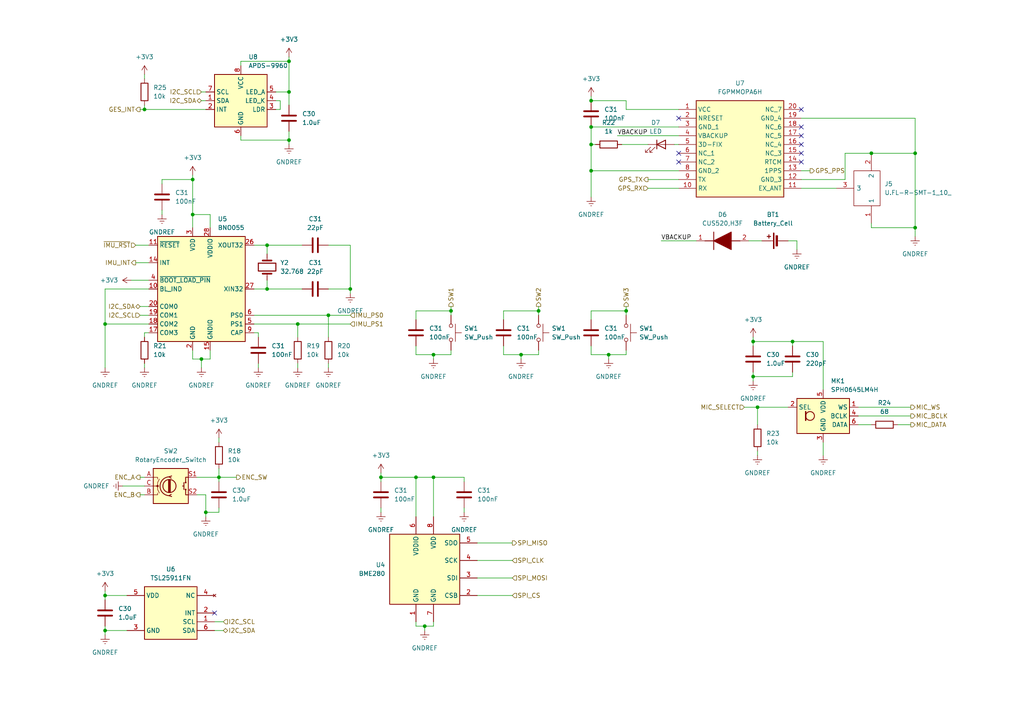
<source format=kicad_sch>
(kicad_sch (version 20230121) (generator eeschema)
  (paper "A4")
  (lib_symbols
    (symbol "Device:Battery_Cell" (pin_numbers hide) (pin_names (offset 0) hide)
      (property "Reference" "BT" (at 2.54 2.54 0))
      (property "Value" "Battery_Cell" (at 2.54 0 0))
      (symbol "Battery_Cell_0_1"
        (rectangle (start -2.286 1.778) (end 2.286 1.524) (fill (type outline)))
        (rectangle (start -1.524 1.016) (end 1.524 0.508) (fill (type outline)))
        (polyline (pts (xy 0 0.762) (xy 0 0)))
        (polyline (pts (xy 0 1.778) (xy 0 2.54)))
        (polyline (pts (xy 0.762 3.048) (xy 1.778 3.048)) (stroke (width 0.254)))
        (polyline (pts (xy 1.27 3.556) (xy 1.27 2.54)) (stroke (width 0.254)))
      )
      (symbol "Battery_Cell_1_1"
        (pin passive line (at 0 5.08 270) (length 2.54) (name "+") (number "1"))
        (pin passive line (at 0 -2.54 90) (length 2.54) (name "-") (number "2"))
      )
    )
    (symbol "Device:C" (pin_numbers hide) (pin_names (offset 0.254))
      (property "Reference" "C" (at 0.635 2.54 0))
      (property "Value" "C" (at 0.635 -2.54 0))
      (symbol "C_0_1"
        (polyline (pts (xy -2.032 -0.762) (xy 2.032 -0.762)) (stroke (width 0.508)))
        (polyline (pts (xy -2.032 0.762) (xy 2.032 0.762)) (stroke (width 0.508)))
      )
      (symbol "C_1_1"
        (pin passive line (at 0 3.81 270) (length 2.794) (name "~") (number "1"))
        (pin passive line (at 0 -3.81 90) (length 2.794) (name "~") (number "2"))
      )
    )
    (symbol "Device:Crystal" (pin_numbers hide) (pin_names (offset 1.016) hide)
      (property "Reference" "Y" (at 0 3.81 0))
      (property "Value" "Crystal" (at 0 -3.81 0))
      (symbol "Crystal_0_1"
        (rectangle (start -1.143 2.54) (end 1.143 -2.54) (stroke (width 0.3048)))
        (polyline (pts (xy -2.54 0) (xy -1.905 0)))
        (polyline (pts (xy -1.905 -1.27) (xy -1.905 1.27)) (stroke (width 0.508)))
        (polyline (pts (xy 1.905 -1.27) (xy 1.905 1.27)) (stroke (width 0.508)))
        (polyline (pts (xy 2.54 0) (xy 1.905 0)))
      )
      (symbol "Crystal_1_1"
        (pin passive line (at -3.81 0 0) (length 1.27) (name "1") (number "1"))
        (pin passive line (at 3.81 0 180) (length 1.27) (name "2") (number "2"))
      )
    )
    (symbol "Device:LED" (pin_numbers hide) (pin_names (offset 1.016) hide)
      (property "Reference" "D" (at 0 2.54 0))
      (property "Value" "LED" (at 0 -2.54 0))
      (symbol "LED_0_1"
        (polyline (pts (xy -1.27 -1.27) (xy -1.27 1.27)) (stroke (width 0.254)))
        (polyline (pts (xy -1.27 0) (xy 1.27 0)))
        (polyline (pts (xy 1.27 -1.27) (xy 1.27 1.27) (xy -1.27 0) (xy 1.27 -1.27)) (stroke (width 0.254)))
        (polyline (pts (xy -3.048 -0.762) (xy -4.572 -2.286) (xy -3.81 -2.286) (xy -4.572 -2.286) (xy -4.572 -1.524)))
        (polyline (pts (xy -1.778 -0.762) (xy -3.302 -2.286) (xy -2.54 -2.286) (xy -3.302 -2.286) (xy -3.302 -1.524)))
      )
      (symbol "LED_1_1"
        (pin passive line (at -3.81 0 0) (length 2.54) (name "K") (number "1"))
        (pin passive line (at 3.81 0 180) (length 2.54) (name "A") (number "2"))
      )
    )
    (symbol "Device:R" (pin_numbers hide) (pin_names (offset 0))
      (property "Reference" "R" (at 2.032 0 90))
      (property "Value" "R" (at 0 0 90))
      (symbol "R_0_1"
        (rectangle (start -1.016 -2.54) (end 1.016 2.54) (stroke (width 0.254)))
      )
      (symbol "R_1_1"
        (pin passive line (at 0 3.81 270) (length 1.27) (name "~") (number "1"))
        (pin passive line (at 0 -3.81 90) (length 1.27) (name "~") (number "2"))
      )
    )
    (symbol "Device:RotaryEncoder_Switch" (pin_names (offset 0.254) hide)
      (property "Reference" "SW" (at 0 6.604 0))
      (property "Value" "RotaryEncoder_Switch" (at 0 -6.604 0))
      (symbol "RotaryEncoder_Switch_0_1"
        (rectangle (start -5.08 5.08) (end 5.08 -5.08) (stroke (width 0.254)) (fill (type background)))
        (circle (center -3.81 0) (radius 0.254) (fill (type outline)))
        (circle (center -0.381 0) (radius 1.905) (stroke (width 0.254)))
        (arc (start -0.381 2.667) (mid -3.0988 -0.0635) (end -0.381 -2.794) (stroke (width 0.254)))
        (polyline (pts (xy -0.635 -1.778) (xy -0.635 1.778)) (stroke (width 0.254)))
        (polyline (pts (xy -0.381 -1.778) (xy -0.381 1.778)) (stroke (width 0.254)))
        (polyline (pts (xy -0.127 1.778) (xy -0.127 -1.778)) (stroke (width 0.254)))
        (polyline (pts (xy 3.81 0) (xy 3.429 0)) (stroke (width 0.254)))
        (polyline (pts (xy 3.81 1.016) (xy 3.81 -1.016)) (stroke (width 0.254)))
        (polyline (pts (xy -5.08 -2.54) (xy -3.81 -2.54) (xy -3.81 -2.032)))
        (polyline (pts (xy -5.08 2.54) (xy -3.81 2.54) (xy -3.81 2.032)))
        (polyline (pts (xy 0.254 -3.048) (xy -0.508 -2.794) (xy 0.127 -2.413)) (stroke (width 0.254)))
        (polyline (pts (xy 0.254 2.921) (xy -0.508 2.667) (xy 0.127 2.286)) (stroke (width 0.254)))
        (polyline (pts (xy 5.08 -2.54) (xy 4.318 -2.54) (xy 4.318 -1.016)) (stroke (width 0.254)))
        (polyline (pts (xy 5.08 2.54) (xy 4.318 2.54) (xy 4.318 1.016)) (stroke (width 0.254)))
        (polyline (pts (xy -5.08 0) (xy -3.81 0) (xy -3.81 -1.016) (xy -3.302 -2.032)))
        (polyline (pts (xy -4.318 0) (xy -3.81 0) (xy -3.81 1.016) (xy -3.302 2.032)))
        (circle (center 4.318 -1.016) (radius 0.127) (stroke (width 0.254)))
        (circle (center 4.318 1.016) (radius 0.127) (stroke (width 0.254)))
      )
      (symbol "RotaryEncoder_Switch_1_1"
        (pin passive line (at -7.62 2.54 0) (length 2.54) (name "A") (number "A"))
        (pin passive line (at -7.62 -2.54 0) (length 2.54) (name "B") (number "B"))
        (pin passive line (at -7.62 0 0) (length 2.54) (name "C") (number "C"))
        (pin passive line (at 7.62 2.54 180) (length 2.54) (name "S1") (number "S1"))
        (pin passive line (at 7.62 -2.54 180) (length 2.54) (name "S2") (number "S2"))
      )
    )
    (symbol "SamacSys_Parts:CUS520,H3F" (pin_names hide)
      (property "Reference" "D" (at 11.43 5.08 0))
      (property "Value" "CUS520,H3F" (at 11.43 2.54 0))
      (symbol "CUS520,H3F_1_1"
        (polyline (pts (xy 2.54 0) (xy 5.08 0)) (stroke (width 0.254)))
        (polyline (pts (xy 5.08 2.54) (xy 5.08 -2.54)) (stroke (width 0.254)))
        (polyline (pts (xy 10.16 0) (xy 12.7 0)) (stroke (width 0.254)))
        (polyline (pts (xy 5.08 0) (xy 10.16 2.54) (xy 10.16 -2.54) (xy 5.08 0)) (stroke (width 0.254)) (fill (type outline)))
        (pin passive line (at 0 0 0) (length 2.54) (name "K") (number "1"))
        (pin passive line (at 15.24 0 180) (length 2.54) (name "A") (number "2"))
      )
    )
    (symbol "SamacSys_Parts:FGPMMOPA6H"
      (property "Reference" "U" (at 31.75 7.62 0))
      (property "Value" "FGPMMOPA6H" (at 31.75 5.08 0))
      (symbol "FGPMMOPA6H_1_1"
        (rectangle (start 5.08 2.54) (end 30.48 -25.4) (stroke (width 0.254)) (fill (type background)))
        (pin passive line (at 0 0 0) (length 5.08) (name "VCC") (number "1"))
        (pin passive line (at 0 -22.86 0) (length 5.08) (name "RX") (number "10"))
        (pin passive line (at 35.56 -22.86 180) (length 5.08) (name "EX_ANT") (number "11"))
        (pin passive line (at 35.56 -20.32 180) (length 5.08) (name "GND_3") (number "12"))
        (pin passive line (at 35.56 -17.78 180) (length 5.08) (name "1PPS") (number "13"))
        (pin passive line (at 35.56 -15.24 180) (length 5.08) (name "RTCM") (number "14"))
        (pin passive line (at 35.56 -12.7 180) (length 5.08) (name "NC_3") (number "15"))
        (pin passive line (at 35.56 -10.16 180) (length 5.08) (name "NC_4") (number "16"))
        (pin passive line (at 35.56 -7.62 180) (length 5.08) (name "NC_5") (number "17"))
        (pin passive line (at 35.56 -5.08 180) (length 5.08) (name "NC_6") (number "18"))
        (pin passive line (at 35.56 -2.54 180) (length 5.08) (name "GND_4") (number "19"))
        (pin passive line (at 0 -2.54 0) (length 5.08) (name "NRESET") (number "2"))
        (pin passive line (at 35.56 0 180) (length 5.08) (name "NC_7") (number "20"))
        (pin passive line (at 0 -5.08 0) (length 5.08) (name "GND_1") (number "3"))
        (pin passive line (at 0 -7.62 0) (length 5.08) (name "VBACKUP") (number "4"))
        (pin passive line (at 0 -10.16 0) (length 5.08) (name "3D-FIX") (number "5"))
        (pin passive line (at 0 -12.7 0) (length 5.08) (name "NC_1") (number "6"))
        (pin passive line (at 0 -15.24 0) (length 5.08) (name "NC_2") (number "7"))
        (pin passive line (at 0 -17.78 0) (length 5.08) (name "GND_2") (number "8"))
        (pin passive line (at 0 -20.32 0) (length 5.08) (name "TX") (number "9"))
      )
    )
    (symbol "SamacSys_Parts:TSL25911FN"
      (property "Reference" "U" (at 12.7 7.62 0))
      (property "Value" "TSL25911FN" (at 12.7 5.08 0))
      (symbol "TSL25911FN_1_1"
        (rectangle (start 5.08 2.54) (end 20.32 -12.7) (stroke (width 0.254)) (fill (type background)))
        (pin passive line (at 25.4 -7.62 180) (length 5.08) (name "SCL") (number "1"))
        (pin passive line (at 25.4 -5.08 180) (length 5.08) (name "INT") (number "2"))
        (pin passive line (at 0 -10.16 0) (length 5.08) (name "GND") (number "3"))
        (pin no_connect line (at 25.4 0 180) (length 5.08) (name "NC") (number "4"))
        (pin passive line (at 0 0 0) (length 5.08) (name "VDD") (number "5"))
        (pin passive line (at 25.4 -10.16 180) (length 5.08) (name "SDA") (number "6"))
      )
    )
    (symbol "SamacSys_Parts:U.FL-R-SMT-1_10_" (pin_names (offset 0.762))
      (property "Reference" "J" (at 16.51 10.16 0))
      (property "Value" "U.FL-R-SMT-1_10_" (at 16.51 7.62 0))
      (symbol "U.FL-R-SMT-1_10__0_0"
        (pin passive line (at 0 0 0) (length 5.08) (name "1") (number "1"))
        (pin passive line (at 20.32 0 180) (length 5.08) (name "2") (number "2"))
        (pin passive line (at 10.16 10.16 270) (length 5.08) (name "3") (number "3"))
      )
      (symbol "U.FL-R-SMT-1_10__0_1"
        (polyline (pts (xy 5.08 5.08) (xy 15.24 5.08) (xy 15.24 -2.54) (xy 5.08 -2.54) (xy 5.08 5.08)) (stroke (width 0.1524)))
      )
    )
    (symbol "Sensor:APDS-9960"
      (property "Reference" "U" (at -5.08 8.89 0))
      (property "Value" "APDS-9960" (at 6.35 8.89 0))
      (symbol "APDS-9960_0_1"
        (rectangle (start -7.62 7.62) (end 7.62 -7.62) (stroke (width 0.254)) (fill (type background)))
      )
      (symbol "APDS-9960_1_1"
        (pin bidirectional line (at -10.16 0 0) (length 2.54) (name "SDA") (number "1"))
        (pin open_collector line (at -10.16 -2.54 0) (length 2.54) (name "INT") (number "2"))
        (pin passive line (at 10.16 -2.54 180) (length 2.54) (name "LDR") (number "3"))
        (pin passive line (at 10.16 0 180) (length 2.54) (name "LED_K") (number "4"))
        (pin passive line (at 10.16 2.54 180) (length 2.54) (name "LED_A") (number "5"))
        (pin power_in line (at 0 -10.16 90) (length 2.54) (name "GND") (number "6"))
        (pin input line (at -10.16 2.54 0) (length 2.54) (name "SCL") (number "7"))
        (pin power_in line (at 0 10.16 270) (length 2.54) (name "VCC") (number "8"))
      )
    )
    (symbol "Sensor:BME280"
      (property "Reference" "U" (at -8.89 11.43 0))
      (property "Value" "BME280" (at 7.62 11.43 0))
      (symbol "BME280_0_1"
        (rectangle (start -10.16 10.16) (end 10.16 -10.16) (stroke (width 0.254)) (fill (type background)))
      )
      (symbol "BME280_1_1"
        (pin power_in line (at -2.54 -15.24 90) (length 5.08) (name "GND") (number "1"))
        (pin input line (at 15.24 -7.62 180) (length 5.08) (name "CSB") (number "2"))
        (pin bidirectional line (at 15.24 -2.54 180) (length 5.08) (name "SDI") (number "3"))
        (pin input line (at 15.24 2.54 180) (length 5.08) (name "SCK") (number "4"))
        (pin bidirectional line (at 15.24 7.62 180) (length 5.08) (name "SDO") (number "5"))
        (pin power_in line (at -2.54 15.24 270) (length 5.08) (name "VDDIO") (number "6"))
        (pin power_in line (at 2.54 -15.24 90) (length 5.08) (name "GND") (number "7"))
        (pin power_in line (at 2.54 15.24 270) (length 5.08) (name "VDD") (number "8"))
      )
    )
    (symbol "Sensor_Audio:SPH0645LM4H"
      (property "Reference" "MK" (at -7.62 6.35 0))
      (property "Value" "SPH0645LM4H" (at 1.27 6.35 0))
      (symbol "SPH0645LM4H_1_1"
        (rectangle (start -7.62 5.08) (end 7.62 -5.08) (stroke (width 0.254)) (fill (type background)))
        (circle (center -3.81 0) (radius 1.27) (stroke (width 0.254)))
        (polyline (pts (xy -5.08 1.27) (xy -5.08 -1.27)) (stroke (width 0.381)))
        (pin input line (at 10.16 2.54 180) (length 2.54) (name "WS") (number "1"))
        (pin input line (at -10.16 2.54 0) (length 2.54) (name "SEL") (number "2"))
        (pin power_in line (at 0 -7.62 90) (length 2.54) (name "GND") (number "3"))
        (pin input line (at 10.16 0 180) (length 2.54) (name "BCLK") (number "4"))
        (pin power_in line (at 0 7.62 270) (length 2.54) (name "VDD") (number "5"))
        (pin output line (at 10.16 -2.54 180) (length 2.54) (name "DATA") (number "6"))
      )
    )
    (symbol "Sensor_Motion:BNO055"
      (property "Reference" "U" (at -11.43 16.51 0))
      (property "Value" "BNO055" (at 12.7 16.51 0))
      (symbol "BNO055_0_1"
        (rectangle (start -12.7 15.24) (end 12.7 -15.24) (stroke (width 0.254)) (fill (type background)))
      )
      (symbol "BNO055_1_1"
        (pin no_connect line (at -12.7 10.16 0) (length 2.54) hide (name "PIN1") (number "1"))
        (pin output line (at -15.24 0 0) (length 2.54) (name "BL_IND") (number "10"))
        (pin input line (at -15.24 12.7 0) (length 2.54) (name "~{RESET}") (number "11"))
        (pin no_connect line (at 12.7 10.16 180) (length 2.54) hide (name "PIN12") (number "12"))
        (pin no_connect line (at 12.7 7.62 180) (length 2.54) hide (name "PIN13") (number "13"))
        (pin output line (at -15.24 7.62 0) (length 2.54) (name "INT") (number "14"))
        (pin power_in line (at 2.54 -17.78 90) (length 2.54) (name "GNDIO") (number "15"))
        (pin passive line (at 2.54 -17.78 90) (length 2.54) hide (name "GNDIO") (number "16"))
        (pin input line (at -15.24 -12.7 0) (length 2.54) (name "COM3") (number "17"))
        (pin passive line (at -15.24 -10.16 0) (length 2.54) (name "COM2") (number "18"))
        (pin bidirectional line (at -15.24 -7.62 0) (length 2.54) (name "COM1") (number "19"))
        (pin power_in line (at -2.54 -17.78 90) (length 2.54) (name "GND") (number "2"))
        (pin bidirectional line (at -15.24 -5.08 0) (length 2.54) (name "COM0") (number "20"))
        (pin no_connect line (at 12.7 5.08 180) (length 2.54) hide (name "PIN21") (number "21"))
        (pin no_connect line (at 12.7 2.54 180) (length 2.54) hide (name "PIN22") (number "22"))
        (pin no_connect line (at 12.7 -2.54 180) (length 2.54) hide (name "PIN23") (number "23"))
        (pin no_connect line (at 12.7 -5.08 180) (length 2.54) hide (name "PIN24") (number "24"))
        (pin passive line (at 2.54 -17.78 90) (length 2.54) hide (name "GNDIO") (number "25"))
        (pin output line (at 15.24 12.7 180) (length 2.54) (name "XOUT32") (number "26"))
        (pin input line (at 15.24 0 180) (length 2.54) (name "XIN32") (number "27"))
        (pin power_in line (at 2.54 17.78 270) (length 2.54) (name "VDDIO") (number "28"))
        (pin power_in line (at -2.54 17.78 270) (length 2.54) (name "VDD") (number "3"))
        (pin input line (at -15.24 2.54 0) (length 2.54) (name "~{BOOT_LOAD_PIN}") (number "4"))
        (pin input line (at 15.24 -10.16 180) (length 2.54) (name "PS1") (number "5"))
        (pin input line (at 15.24 -7.62 180) (length 2.54) (name "PS0") (number "6"))
        (pin no_connect line (at -12.7 5.08 0) (length 2.54) hide (name "PIN7") (number "7"))
        (pin no_connect line (at -12.7 -2.54 0) (length 2.54) hide (name "PIN8") (number "8"))
        (pin passive line (at 15.24 -12.7 180) (length 2.54) (name "CAP") (number "9"))
      )
    )
    (symbol "Switch:SW_Push" (pin_numbers hide) (pin_names (offset 1.016) hide)
      (property "Reference" "SW" (at 1.27 2.54 0))
      (property "Value" "SW_Push" (at 0 -1.524 0))
      (symbol "SW_Push_0_1"
        (circle (center -2.032 0) (radius 0.508))
        (polyline (pts (xy 0 1.27) (xy 0 3.048)))
        (polyline (pts (xy 2.54 1.27) (xy -2.54 1.27)))
        (circle (center 2.032 0) (radius 0.508))
        (pin passive line (at -5.08 0 0) (length 2.54) (name "1") (number "1"))
        (pin passive line (at 5.08 0 180) (length 2.54) (name "2") (number "2"))
      )
    )
    (symbol "power:+3V3" (power) (pin_names (offset 0))
      (property "Value" "+3V3" (at 0 3.556 0))
      (symbol "+3V3_0_1"
        (polyline (pts (xy -0.762 1.27) (xy 0 2.54)))
        (polyline (pts (xy 0 0) (xy 0 2.54)))
        (polyline (pts (xy 0 2.54) (xy 0.762 1.27)))
      )
      (symbol "+3V3_1_1"
        (pin power_in line (at 0 0 90) (length 0) hide (name "+3V3") (number "1"))
      )
    )
    (symbol "power:GNDREF" (power) (pin_names (offset 0))
      (property "Value" "GNDREF" (at 0 -3.81 0))
      (symbol "GNDREF_0_1"
        (polyline (pts (xy -0.635 -1.905) (xy 0.635 -1.905)))
        (polyline (pts (xy -0.127 -2.54) (xy 0.127 -2.54)))
        (polyline (pts (xy 0 -1.27) (xy 0 0)))
        (polyline (pts (xy 1.27 -1.27) (xy -1.27 -1.27)))
      )
      (symbol "GNDREF_1_1"
        (pin power_in line (at 0 0 270) (length 0) hide (name "GNDREF") (number "1"))
      )
    )
  )
  (junction (at 86.36 93.98))
  (junction (at 58.42 104.14))
  (junction (at 125.73 102.87))
  (junction (at 176.53 102.87))
  (junction (at 265.43 66.04))
  (junction (at 265.43 44.45))
  (junction (at 151.13 102.87))
  (junction (at 83.82 17.78))
  (junction (at 83.82 40.64))
  (junction (at 55.88 62.23))
  (junction (at 125.73 138.43))
  (junction (at 83.82 26.67))
  (junction (at 55.88 52.07))
  (junction (at 171.45 29.21))
  (junction (at 171.45 36.83))
  (junction (at 181.61 90.17))
  (junction (at 110.49 138.43))
  (junction (at 218.44 109.22))
  (junction (at 171.45 41.91))
  (junction (at 30.48 93.98))
  (junction (at 171.45 49.53))
  (junction (at 30.48 172.72))
  (junction (at 229.87 99.06))
  (junction (at 130.81 90.17))
  (junction (at 120.65 138.43))
  (junction (at 219.71 118.11))
  (junction (at 123.19 181.61))
  (junction (at 59.69 148.59))
  (junction (at 41.91 31.75))
  (junction (at 77.47 83.82))
  (junction (at 30.48 182.88))
  (junction (at 156.21 90.17))
  (junction (at 218.44 99.06))
  (junction (at 77.47 71.12))
  (junction (at 95.25 91.44))
  (junction (at 101.6 83.82))
  (junction (at 252.73 44.45))
  (junction (at 63.5 138.43))
  (no_connect (at 232.41 36.83))
  (no_connect (at 232.41 44.45))
  (no_connect (at 196.85 46.99))
  (no_connect (at 232.41 39.37))
  (no_connect (at 62.23 177.8))
  (no_connect (at 232.41 46.99))
  (no_connect (at 232.41 41.91))
  (no_connect (at 196.85 34.29))
  (no_connect (at 196.85 44.45))
  (no_connect (at 232.41 31.75))
  (wire (pts (xy 55.88 101.6) (xy 55.88 104.14)))
  (wire (pts (xy 146.05 92.71) (xy 146.05 90.17)))
  (wire (pts (xy 63.5 139.7) (xy 63.5 138.43)))
  (wire (pts (xy 181.61 90.17) (xy 181.61 91.44)))
  (wire (pts (xy 101.6 85.09) (xy 101.6 83.82)))
  (wire (pts (xy 171.45 92.71) (xy 171.45 90.17)))
  (wire (pts (xy 138.43 167.64) (xy 148.59 167.64)))
  (wire (pts (xy 130.81 90.17) (xy 130.81 91.44)))
  (wire (pts (xy 60.96 101.6) (xy 60.96 104.14)))
  (wire (pts (xy 30.48 181.61) (xy 30.48 182.88)))
  (wire (pts (xy 180.34 41.91) (xy 187.96 41.91)))
  (wire (pts (xy 156.21 102.87) (xy 156.21 101.6)))
  (wire (pts (xy 110.49 139.7) (xy 110.49 138.43)))
  (wire (pts (xy 191.77 69.85) (xy 201.93 69.85)))
  (wire (pts (xy 171.45 41.91) (xy 172.72 41.91)))
  (wire (pts (xy 138.43 172.72) (xy 148.59 172.72)))
  (wire (pts (xy 245.11 52.07) (xy 245.11 44.45)))
  (wire (pts (xy 83.82 30.48) (xy 83.82 26.67)))
  (wire (pts (xy 219.71 118.11) (xy 228.6 118.11)))
  (wire (pts (xy 35.56 140.97) (xy 41.91 140.97)))
  (wire (pts (xy 181.61 102.87) (xy 181.61 101.6)))
  (wire (pts (xy 41.91 21.59) (xy 41.91 22.86)))
  (wire (pts (xy 260.35 123.19) (xy 264.16 123.19)))
  (wire (pts (xy 151.13 102.87) (xy 156.21 102.87)))
  (wire (pts (xy 83.82 40.64) (xy 83.82 41.91)))
  (wire (pts (xy 171.45 100.33) (xy 171.45 102.87)))
  (wire (pts (xy 138.43 162.56) (xy 148.59 162.56)))
  (wire (pts (xy 238.76 128.27) (xy 238.76 132.08)))
  (wire (pts (xy 125.73 180.34) (xy 125.73 181.61)))
  (wire (pts (xy 39.37 76.2) (xy 43.18 76.2)))
  (wire (pts (xy 86.36 93.98) (xy 101.6 93.98)))
  (wire (pts (xy 146.05 100.33) (xy 146.05 102.87)))
  (wire (pts (xy 55.88 50.8) (xy 55.88 52.07)))
  (wire (pts (xy 73.66 83.82) (xy 77.47 83.82)))
  (wire (pts (xy 138.43 157.48) (xy 148.59 157.48)))
  (wire (pts (xy 171.45 90.17) (xy 181.61 90.17)))
  (wire (pts (xy 101.6 83.82) (xy 95.25 83.82)))
  (wire (pts (xy 219.71 130.81) (xy 219.71 132.08)))
  (wire (pts (xy 41.91 31.75) (xy 59.69 31.75)))
  (wire (pts (xy 69.85 40.64) (xy 83.82 40.64)))
  (wire (pts (xy 252.73 44.45) (xy 265.43 44.45)))
  (wire (pts (xy 62.23 180.34) (xy 64.77 180.34)))
  (wire (pts (xy 63.5 148.59) (xy 63.5 147.32)))
  (wire (pts (xy 171.45 41.91) (xy 171.45 49.53)))
  (wire (pts (xy 40.64 31.75) (xy 41.91 31.75)))
  (wire (pts (xy 181.61 88.9) (xy 181.61 90.17)))
  (wire (pts (xy 156.21 90.17) (xy 156.21 91.44)))
  (wire (pts (xy 110.49 137.16) (xy 110.49 138.43)))
  (wire (pts (xy 77.47 81.28) (xy 77.47 83.82)))
  (wire (pts (xy 125.73 149.86) (xy 125.73 138.43)))
  (wire (pts (xy 81.28 29.21) (xy 81.28 31.75)))
  (wire (pts (xy 252.73 66.04) (xy 265.43 66.04)))
  (wire (pts (xy 248.92 118.11) (xy 264.16 118.11)))
  (wire (pts (xy 58.42 26.67) (xy 59.69 26.67)))
  (wire (pts (xy 83.82 38.1) (xy 83.82 40.64)))
  (wire (pts (xy 77.47 71.12) (xy 87.63 71.12)))
  (wire (pts (xy 59.69 143.51) (xy 59.69 148.59)))
  (wire (pts (xy 120.65 181.61) (xy 120.65 180.34)))
  (wire (pts (xy 134.62 138.43) (xy 125.73 138.43)))
  (wire (pts (xy 248.92 123.19) (xy 252.73 123.19)))
  (wire (pts (xy 110.49 147.32) (xy 110.49 148.59)))
  (wire (pts (xy 146.05 90.17) (xy 156.21 90.17)))
  (wire (pts (xy 62.23 182.88) (xy 64.77 182.88)))
  (wire (pts (xy 74.93 105.41) (xy 74.93 106.68)))
  (wire (pts (xy 40.64 143.51) (xy 41.91 143.51)))
  (wire (pts (xy 95.25 71.12) (xy 101.6 71.12)))
  (wire (pts (xy 41.91 97.79) (xy 41.91 96.52)))
  (wire (pts (xy 218.44 109.22) (xy 218.44 110.49)))
  (wire (pts (xy 179.07 39.37) (xy 196.85 39.37)))
  (wire (pts (xy 215.9 118.11) (xy 219.71 118.11)))
  (wire (pts (xy 60.96 104.14) (xy 58.42 104.14)))
  (wire (pts (xy 151.13 102.87) (xy 151.13 104.14)))
  (wire (pts (xy 171.45 36.83) (xy 171.45 41.91)))
  (wire (pts (xy 120.65 102.87) (xy 125.73 102.87)))
  (wire (pts (xy 219.71 123.19) (xy 219.71 118.11)))
  (wire (pts (xy 265.43 66.04) (xy 265.43 44.45)))
  (wire (pts (xy 265.43 34.29) (xy 232.41 34.29)))
  (wire (pts (xy 77.47 83.82) (xy 87.63 83.82)))
  (wire (pts (xy 181.61 31.75) (xy 181.61 29.21)))
  (wire (pts (xy 86.36 93.98) (xy 73.66 93.98)))
  (wire (pts (xy 134.62 147.32) (xy 134.62 148.59)))
  (wire (pts (xy 30.48 172.72) (xy 36.83 172.72)))
  (wire (pts (xy 120.65 92.71) (xy 120.65 90.17)))
  (wire (pts (xy 46.99 53.34) (xy 46.99 52.07)))
  (wire (pts (xy 95.25 91.44) (xy 95.25 97.79)))
  (wire (pts (xy 40.64 138.43) (xy 41.91 138.43)))
  (wire (pts (xy 171.45 27.94) (xy 171.45 29.21)))
  (wire (pts (xy 238.76 99.06) (xy 238.76 113.03)))
  (wire (pts (xy 265.43 68.58) (xy 265.43 66.04)))
  (wire (pts (xy 30.48 172.72) (xy 30.48 173.99)))
  (wire (pts (xy 123.19 182.88) (xy 123.19 181.61)))
  (wire (pts (xy 232.41 54.61) (xy 242.57 54.61)))
  (wire (pts (xy 171.45 102.87) (xy 176.53 102.87)))
  (wire (pts (xy 120.65 138.43) (xy 120.65 149.86)))
  (wire (pts (xy 218.44 99.06) (xy 229.87 99.06)))
  (wire (pts (xy 30.48 106.68) (xy 30.48 93.98)))
  (wire (pts (xy 80.01 29.21) (xy 81.28 29.21)))
  (wire (pts (xy 63.5 138.43) (xy 68.58 138.43)))
  (wire (pts (xy 218.44 107.95) (xy 218.44 109.22)))
  (wire (pts (xy 134.62 139.7) (xy 134.62 138.43)))
  (wire (pts (xy 95.25 105.41) (xy 95.25 106.68)))
  (wire (pts (xy 41.91 106.68) (xy 41.91 105.41)))
  (wire (pts (xy 196.85 36.83) (xy 171.45 36.83)))
  (wire (pts (xy 59.69 149.86) (xy 59.69 148.59)))
  (wire (pts (xy 30.48 182.88) (xy 30.48 184.15)))
  (wire (pts (xy 30.48 182.88) (xy 36.83 182.88)))
  (wire (pts (xy 123.19 181.61) (xy 120.65 181.61)))
  (wire (pts (xy 40.64 88.9) (xy 43.18 88.9)))
  (wire (pts (xy 95.25 91.44) (xy 73.66 91.44)))
  (wire (pts (xy 83.82 16.51) (xy 83.82 17.78)))
  (wire (pts (xy 58.42 104.14) (xy 55.88 104.14)))
  (wire (pts (xy 46.99 60.96) (xy 46.99 62.23)))
  (wire (pts (xy 95.25 91.44) (xy 101.6 91.44)))
  (wire (pts (xy 38.1 81.28) (xy 43.18 81.28)))
  (wire (pts (xy 55.88 52.07) (xy 55.88 62.23)))
  (wire (pts (xy 30.48 93.98) (xy 43.18 93.98)))
  (wire (pts (xy 218.44 109.22) (xy 229.87 109.22)))
  (wire (pts (xy 39.37 71.12) (xy 43.18 71.12)))
  (wire (pts (xy 248.92 120.65) (xy 264.16 120.65)))
  (wire (pts (xy 81.28 31.75) (xy 80.01 31.75)))
  (wire (pts (xy 265.43 44.45) (xy 265.43 34.29)))
  (wire (pts (xy 41.91 31.75) (xy 41.91 30.48)))
  (wire (pts (xy 130.81 102.87) (xy 130.81 101.6)))
  (wire (pts (xy 196.85 31.75) (xy 181.61 31.75)))
  (wire (pts (xy 83.82 26.67) (xy 80.01 26.67)))
  (wire (pts (xy 176.53 102.87) (xy 181.61 102.87)))
  (wire (pts (xy 120.65 90.17) (xy 130.81 90.17)))
  (wire (pts (xy 171.45 49.53) (xy 196.85 49.53)))
  (wire (pts (xy 55.88 62.23) (xy 55.88 66.04)))
  (wire (pts (xy 130.81 88.9) (xy 130.81 90.17)))
  (wire (pts (xy 69.85 17.78) (xy 69.85 19.05)))
  (wire (pts (xy 171.45 57.15) (xy 171.45 49.53)))
  (wire (pts (xy 74.93 97.79) (xy 74.93 96.52)))
  (wire (pts (xy 73.66 71.12) (xy 77.47 71.12)))
  (wire (pts (xy 63.5 138.43) (xy 57.15 138.43)))
  (wire (pts (xy 232.41 52.07) (xy 245.11 52.07)))
  (wire (pts (xy 101.6 71.12) (xy 101.6 83.82)))
  (wire (pts (xy 125.73 181.61) (xy 123.19 181.61)))
  (wire (pts (xy 77.47 71.12) (xy 77.47 73.66)))
  (wire (pts (xy 83.82 17.78) (xy 83.82 26.67)))
  (wire (pts (xy 60.96 66.04) (xy 60.96 62.23)))
  (wire (pts (xy 228.6 69.85) (xy 231.14 69.85)))
  (wire (pts (xy 86.36 97.79) (xy 86.36 93.98)))
  (wire (pts (xy 125.73 102.87) (xy 130.81 102.87)))
  (wire (pts (xy 187.96 52.07) (xy 196.85 52.07)))
  (wire (pts (xy 30.48 93.98) (xy 30.48 83.82)))
  (wire (pts (xy 156.21 88.9) (xy 156.21 90.17)))
  (wire (pts (xy 59.69 143.51) (xy 57.15 143.51)))
  (wire (pts (xy 41.91 96.52) (xy 43.18 96.52)))
  (wire (pts (xy 63.5 148.59) (xy 59.69 148.59)))
  (wire (pts (xy 58.42 106.68) (xy 58.42 104.14)))
  (wire (pts (xy 181.61 29.21) (xy 171.45 29.21)))
  (wire (pts (xy 231.14 72.39) (xy 231.14 69.85)))
  (wire (pts (xy 30.48 171.45) (xy 30.48 172.72)))
  (wire (pts (xy 195.58 41.91) (xy 196.85 41.91)))
  (wire (pts (xy 229.87 109.22) (xy 229.87 107.95)))
  (wire (pts (xy 229.87 99.06) (xy 238.76 99.06)))
  (wire (pts (xy 120.65 100.33) (xy 120.65 102.87)))
  (wire (pts (xy 60.96 62.23) (xy 55.88 62.23)))
  (wire (pts (xy 86.36 105.41) (xy 86.36 106.68)))
  (wire (pts (xy 63.5 135.89) (xy 63.5 138.43)))
  (wire (pts (xy 110.49 138.43) (xy 120.65 138.43)))
  (wire (pts (xy 63.5 127) (xy 63.5 128.27)))
  (wire (pts (xy 218.44 100.33) (xy 218.44 99.06)))
  (wire (pts (xy 229.87 99.06) (xy 229.87 100.33)))
  (wire (pts (xy 252.73 64.77) (xy 252.73 66.04)))
  (wire (pts (xy 217.17 69.85) (xy 220.98 69.85)))
  (wire (pts (xy 245.11 44.45) (xy 252.73 44.45)))
  (wire (pts (xy 232.41 49.53) (xy 234.95 49.53)))
  (wire (pts (xy 30.48 83.82) (xy 43.18 83.82)))
  (wire (pts (xy 187.96 54.61) (xy 196.85 54.61)))
  (wire (pts (xy 125.73 138.43) (xy 120.65 138.43)))
  (wire (pts (xy 218.44 97.79) (xy 218.44 99.06)))
  (wire (pts (xy 69.85 17.78) (xy 83.82 17.78)))
  (wire (pts (xy 146.05 102.87) (xy 151.13 102.87)))
  (wire (pts (xy 125.73 102.87) (xy 125.73 104.14)))
  (wire (pts (xy 40.64 91.44) (xy 43.18 91.44)))
  (wire (pts (xy 74.93 96.52) (xy 73.66 96.52)))
  (wire (pts (xy 58.42 29.21) (xy 59.69 29.21)))
  (wire (pts (xy 69.85 39.37) (xy 69.85 40.64)))
  (wire (pts (xy 176.53 102.87) (xy 176.53 104.14)))
  (wire (pts (xy 46.99 52.07) (xy 55.88 52.07)))
  (label "VBACKUP" (at 179.07 39.37 0))
  (label "VBACKUP" (at 191.77 69.85 0))
  (hierarchical_label "GES_INT" (shape output) (at 40.64 31.75 180))
  (hierarchical_label "I2C_SDA" (shape bidirectional) (at 40.64 88.9 180))
  (hierarchical_label "SPI_MOSI" (shape input) (at 148.59 167.64 0))
  (hierarchical_label "GPS_RX" (shape input) (at 187.96 54.61 180))
  (hierarchical_label "IMU_PS1" (shape input) (at 101.6 93.98 0))
  (hierarchical_label "MIC_SELECT" (shape input) (at 215.9 118.11 180))
  (hierarchical_label "SPI_MISO" (shape output) (at 148.59 157.48 0))
  (hierarchical_label "SW1" (shape output) (at 130.81 88.9 90))
  (hierarchical_label "MIC_WS" (shape output) (at 264.16 118.11 0))
  (hierarchical_label "I2C_SDA" (shape bidirectional) (at 64.77 182.88 0))
  (hierarchical_label "I2C_SCL" (shape input) (at 64.77 180.34 0))
  (hierarchical_label "ENC_B" (shape output) (at 40.64 143.51 180))
  (hierarchical_label "SPI_CLK" (shape input) (at 148.59 162.56 0))
  (hierarchical_label "ENC_A" (shape output) (at 40.64 138.43 180))
  (hierarchical_label "MIC_BCLK" (shape output) (at 264.16 120.65 0))
  (hierarchical_label "~{IMU_RST}" (shape input) (at 39.37 71.12 180))
  (hierarchical_label "I2C_SCL" (shape input) (at 40.64 91.44 180))
  (hierarchical_label "IMU_INT" (shape output) (at 39.37 76.2 180))
  (hierarchical_label "I2C_SCL" (shape input) (at 58.42 26.67 180))
  (hierarchical_label "SW2" (shape output) (at 156.21 88.9 90))
  (hierarchical_label "SW3" (shape output) (at 181.61 88.9 90))
  (hierarchical_label "SPI_CS" (shape input) (at 148.59 172.72 0))
  (hierarchical_label "GPS_TX" (shape output) (at 187.96 52.07 180))
  (hierarchical_label "I2C_SDA" (shape bidirectional) (at 58.42 29.21 180))
  (hierarchical_label "GPS_PPS" (shape output) (at 234.95 49.53 0))
  (hierarchical_label "IMU_PS0" (shape input) (at 101.6 91.44 0))
  (hierarchical_label "MIC_DATA" (shape output) (at 264.16 123.19 0))
  (hierarchical_label "ENC_SW" (shape output) (at 68.58 138.43 0))
  (symbol (lib_id "power:GNDREF") (at 125.73 104.14 0) (unit 1)
    (property "Reference" "#PWR070" (effects hide))
    (property "Value" "GNDREF" (at 125.73 109.22 0))
    (instances (project "nRF development board HAN_V1.0" (path "" (reference "#PWR070") (unit 1)) (path "" (reference "#PWR079") (unit 1)) (path "" (reference "#PWR0112") (unit 1))))
  )
  (symbol (lib_id "SamacSys_Parts:CUS520,H3F") (at 201.93 69.85 0) (unit 1)
    (property "Reference" "D6" (at 209.55 62.23 0))
    (property "Value" "CUS520,H3F" (at 209.55 64.77 0))
    (property "Footprint" "SOD2513X115N" (effects hide))
    (property "Datasheet" "https://toshiba.semicon-storage.com/info/docget.jsp?did=7041&prodName=CUS520" (effects hide))
    (property "Height" "1.15" (effects hide))
    (property "Manufacturer_Name" "Toshiba" (effects hide))
    (property "Manufacturer_Part_Number" "CUS520,H3F" (effects hide))
    (property "Mouser Part Number" "757-CUS520H3F" (effects hide))
    (property "Mouser Price/Stock" "https://www.mouser.co.uk/ProductDetail/Toshiba/CUS520H3F?qs=cW4DzVrAanMh8DRQGiUcZw%3D%3D" (effects hide))
    (property "Arrow Part Number" "CUS520,H3F" (effects hide))
    (property "Arrow Price/Stock" "https://www.arrow.com/en/products/cus520h3f/toshiba?region=nac" (effects hide))
  )
  (symbol (lib_id "Device:C") (at 91.44 83.82 90) (unit 1)
    (property "Reference" "C31" (at 91.44 76.2 90))
    (property "Value" "22pF" (at 91.44 78.74 90))
    (property "Footprint" "Capacitor_SMD:C_0603_1608Metric_Pad1.08x0.95mm_HandSolder" (effects hide))
    (instances (project "nRF development board HAN_V1.0" (path "" (reference "C31") (unit 1)) (path "" (reference "C41") (unit 1))))
  )
  (symbol (lib_id "power:GNDREF") (at 95.25 106.68 0) (unit 1)
    (property "Reference" "#PWR070" (effects hide))
    (property "Value" "GNDREF" (at 95.25 111.76 0))
    (instances (project "nRF development board HAN_V1.0" (path "" (reference "#PWR070") (unit 1)) (path "" (reference "#PWR079") (unit 1)) (path "" (reference "#PWR090") (unit 1))))
  )
  (symbol (lib_id "power:+3V3") (at 110.49 137.16 0) (unit 1)
    (property "Reference" "#PWR010" (effects hide))
    (property "Value" "+3V3" (at 110.49 132.08 0))
    (instances (project "nRF development board HAN_V1.0" (path "" (reference "#PWR010") (unit 1)) (path "" (reference "#PWR0109") (unit 1))))
  )
  (symbol (lib_id "power:GNDREF") (at 35.56 140.97 270) (unit 1)
    (property "Reference" "#PWR070" (effects hide))
    (property "Value" "GNDREF" (at 31.75 140.97 90) (effects (justify right)))
    (instances (project "nRF development board HAN_V1.0" (path "" (reference "#PWR070") (unit 1)) (path "" (reference "#PWR079") (unit 1)) (path "" (reference "#PWR080") (unit 1))))
  )
  (symbol (lib_id "power:GNDREF") (at 30.48 106.68 0) (unit 1)
    (property "Reference" "#PWR070" (effects hide))
    (property "Value" "GNDREF" (at 30.48 111.76 0))
    (instances (project "nRF development board HAN_V1.0" (path "" (reference "#PWR070") (unit 1)) (path "" (reference "#PWR079") (unit 1)) (path "" (reference "#PWR093") (unit 1))))
  )
  (symbol (lib_id "power:GNDREF") (at 231.14 72.39 0) (unit 1)
    (property "Reference" "#PWR070" (effects hide))
    (property "Value" "GNDREF" (at 231.14 77.47 0))
    (instances (project "nRF development board HAN_V1.0" (path "" (reference "#PWR070") (unit 1)) (path "" (reference "#PWR079") (unit 1)) (path "" (reference "#PWR095") (unit 1))))
  )
  (symbol (lib_id "Device:R") (at 63.5 132.08 0) (unit 1)
    (property "Reference" "R18" (at 66.04 130.81 0) (effects (justify left)))
    (property "Value" "10k" (at 66.04 133.35 0) (effects (justify left)))
  )
  (symbol (lib_id "power:GNDREF") (at 58.42 106.68 0) (unit 1)
    (property "Reference" "#PWR070" (effects hide))
    (property "Value" "GNDREF" (at 58.42 111.76 0))
    (instances (project "nRF development board HAN_V1.0" (path "" (reference "#PWR070") (unit 1)) (path "" (reference "#PWR079") (unit 1)) (path "" (reference "#PWR087") (unit 1))))
  )
  (symbol (lib_id "power:+3V3") (at 38.1 81.28 90) (unit 1)
    (property "Reference" "#PWR010" (effects hide))
    (property "Value" "+3V3" (at 34.29 81.28 90) (effects (justify left)))
    (instances (project "nRF development board HAN_V1.0" (path "" (reference "#PWR010") (unit 1)) (path "" (reference "#PWR092") (unit 1))))
  )
  (symbol (lib_id "Switch:SW_Push") (at 130.81 96.52 270) (unit 1)
    (property "Reference" "SW1" (at 134.62 95.25 90) (effects (justify left)))
    (property "Value" "SW_Push" (at 134.62 97.79 90) (effects (justify left)))
    (property "Footprint" "Button_Switch_SMD:SW_SPST_PTS810" (effects hide))
    (instances (project "nRF development board HAN_V1.0" (path "" (reference "SW1") (unit 1)) (path "" (reference "SW3") (unit 1))))
  )
  (symbol (lib_id "Switch:SW_Push") (at 156.21 96.52 270) (unit 1)
    (property "Reference" "SW1" (at 160.02 95.25 90) (effects (justify left)))
    (property "Value" "SW_Push" (at 160.02 97.79 90) (effects (justify left)))
    (property "Footprint" "Button_Switch_SMD:SW_SPST_PTS810" (effects hide))
    (instances (project "nRF development board HAN_V1.0" (path "" (reference "SW1") (unit 1)) (path "" (reference "SW4") (unit 1))))
  )
  (symbol (lib_id "power:GNDREF") (at 86.36 106.68 0) (unit 1)
    (property "Reference" "#PWR070" (effects hide))
    (property "Value" "GNDREF" (at 86.36 111.76 0))
    (instances (project "nRF development board HAN_V1.0" (path "" (reference "#PWR070") (unit 1)) (path "" (reference "#PWR079") (unit 1)) (path "" (reference "#PWR089") (unit 1))))
  )
  (symbol (lib_id "SamacSys_Parts:FGPMMOPA6H") (at 196.85 31.75 0) (unit 1)
    (property "Reference" "U7" (at 214.63 24.13 0))
    (property "Value" "FGPMMOPA6H" (at 214.63 26.67 0))
    (property "Footprint" "FGPMMOPA6H" (effects hide))
    (property "Datasheet" "https://cdn-shop.adafruit.com/datasheets/GlobalTop-FGPMMOPA6H-Datasheet-V0A.pdf" (effects hide))
    (property "Manufacturer_Name" "GlobalTop Technology Inc." (effects hide))
    (property "Manufacturer_Part_Number" "FGPMMOPA6H" (effects hide))
  )
  (symbol (lib_id "Sensor_Motion:BNO055") (at 58.42 83.82 0) (unit 1)
    (property "Reference" "U5" (at 63.1541 63.5 0) (effects (justify left)))
    (property "Value" "BNO055" (at 63.1541 66.04 0) (effects (justify left)))
    (property "Footprint" "Package_LGA:LGA-28_5.2x3.8mm_P0.5mm" (effects hide))
    (property "Datasheet" "https://www.bosch-sensortec.com/media/boschsensortec/downloads/datasheets/bst-bno055-ds000.pdf" (effects hide))
  )
  (symbol (lib_id "Sensor:BME280") (at 123.19 165.1 0) (unit 1)
    (property "Reference" "U4" (at 111.76 163.83 0) (effects (justify right)))
    (property "Value" "BME280" (at 111.76 166.37 0) (effects (justify right)))
    (property "Footprint" "Package_LGA:Bosch_LGA-8_2.5x2.5mm_P0.65mm_ClockwisePinNumbering" (effects hide))
    (property "Datasheet" "https://www.bosch-sensortec.com/media/boschsensortec/downloads/datasheets/bst-bme280-ds002.pdf" (effects hide))
  )
  (symbol (lib_id "SamacSys_Parts:U.FL-R-SMT-1_10_") (at 252.73 64.77 90) (unit 1)
    (property "Reference" "J5" (at 256.54 53.34 90) (effects (justify right)))
    (property "Value" "U.FL-R-SMT-1_10_" (at 256.54 55.88 90) (effects (justify right)))
    (property "Footprint" "U.FL-R-SMT-1(10)" (effects hide))
    (property "Datasheet" "https://www.hirose.com/product/document?clcode=CL0331-0472-2-10&productname=U.FL-R-SMT-1(10)&series=U.FL&documenttype=2DDrawing&lang=en&documentid=0000940684" (effects hide))
    (property "Description" "UFL SMT PCB receptable,DC-6GHz Hirose Straight 50 Surface Mount UFL Connector, Receptacle, Solder Termination Coaxial" (effects hide))
    (property "Manufacturer_Name" "Hirose" (effects hide))
    (property "Manufacturer_Part_Number" "U.FL-R-SMT-1(10)" (effects hide))
    (property "Mouser Part Number" "798-U.FL-R-SMT-110" (effects hide))
    (property "Mouser Price/Stock" "https://www.mouser.co.uk/ProductDetail/Hirose-Connector/U.FL-R-SMT-110?qs=kL1ClTr6oBoOdtqlGQpQrQ%3D%3D" (effects hide))
    (property "Arrow Part Number" "U.FL-R-SMT-1(10)" (effects hide))
    (property "Arrow Price/Stock" "https://www.arrow.com/en/products/u.fl-r-smt-1-10/hirose-electric" (effects hide))
  )
  (symbol (lib_id "Device:R") (at 41.91 26.67 180) (unit 1)
    (property "Reference" "R25" (at 44.45 25.4 0) (effects (justify right)))
    (property "Value" "10k" (at 44.45 27.94 0) (effects (justify right)))
  )
  (symbol (lib_id "Device:C") (at 134.62 143.51 0) (unit 1)
    (property "Reference" "C31" (at 138.43 142.24 0) (effects (justify left)))
    (property "Value" "100nF" (at 138.43 144.78 0) (effects (justify left)))
    (property "Footprint" "Capacitor_SMD:C_0603_1608Metric_Pad1.08x0.95mm_HandSolder" (effects hide))
    (instances (project "nRF development board HAN_V1.0" (path "" (reference "C31") (unit 1)) (path "" (reference "C47") (unit 1))))
  )
  (symbol (lib_id "power:GNDREF") (at 41.91 106.68 0) (unit 1)
    (property "Reference" "#PWR070" (effects hide))
    (property "Value" "GNDREF" (at 41.91 111.76 0))
    (instances (project "nRF development board HAN_V1.0" (path "" (reference "#PWR070") (unit 1)) (path "" (reference "#PWR079") (unit 1)) (path "" (reference "#PWR094") (unit 1))))
  )
  (symbol (lib_id "Switch:SW_Push") (at 181.61 96.52 270) (unit 1)
    (property "Reference" "SW1" (at 185.42 95.25 90) (effects (justify left)))
    (property "Value" "SW_Push" (at 185.42 97.79 90) (effects (justify left)))
    (property "Footprint" "Button_Switch_SMD:SW_SPST_PTS810" (effects hide))
    (instances (project "nRF development board HAN_V1.0" (path "" (reference "SW1") (unit 1)) (path "" (reference "SW5") (unit 1))))
  )
  (symbol (lib_id "power:GNDREF") (at 265.43 68.58 0) (unit 1)
    (property "Reference" "#PWR070" (effects hide))
    (property "Value" "GNDREF" (at 265.43 73.66 0))
    (instances (project "nRF development board HAN_V1.0" (path "" (reference "#PWR070") (unit 1)) (path "" (reference "#PWR079") (unit 1)) (path "" (reference "#PWR098") (unit 1))))
  )
  (symbol (lib_id "Device:R") (at 86.36 101.6 0) (unit 1)
    (property "Reference" "R19" (at 88.9 100.33 0) (effects (justify left)))
    (property "Value" "10k" (at 88.9 102.87 0) (effects (justify left)))
  )
  (symbol (lib_id "Device:C") (at 91.44 71.12 90) (unit 1)
    (property "Reference" "C31" (at 91.44 63.5 90))
    (property "Value" "22pF" (at 91.44 66.04 90))
    (property "Footprint" "Capacitor_SMD:C_0603_1608Metric_Pad1.08x0.95mm_HandSolder" (effects hide))
    (instances (project "nRF development board HAN_V1.0" (path "" (reference "C31") (unit 1)) (path "" (reference "C40") (unit 1))))
  )
  (symbol (lib_id "Device:LED") (at 191.77 41.91 0) (unit 1)
    (property "Reference" "D7" (at 190.1825 35.56 0))
    (property "Value" "LED" (at 190.1825 38.1 0))
  )
  (symbol (lib_id "power:GNDREF") (at 101.6 85.09 0) (unit 1)
    (property "Reference" "#PWR070" (effects hide))
    (property "Value" "GNDREF" (at 101.6 90.17 0))
    (instances (project "nRF development board HAN_V1.0" (path "" (reference "#PWR070") (unit 1)) (path "" (reference "#PWR079") (unit 1)) (path "" (reference "#PWR091") (unit 1))))
  )
  (symbol (lib_id "power:GNDREF") (at 219.71 132.08 0) (unit 1)
    (property "Reference" "#PWR070" (effects hide))
    (property "Value" "GNDREF" (at 219.71 137.16 0))
    (instances (project "nRF development board HAN_V1.0" (path "" (reference "#PWR070") (unit 1)) (path "" (reference "#PWR079") (unit 1)) (path "" (reference "#PWR099") (unit 1))))
  )
  (symbol (lib_id "Device:R") (at 95.25 101.6 0) (unit 1)
    (property "Reference" "R20" (at 97.79 100.33 0) (effects (justify left)))
    (property "Value" "10k" (at 97.79 102.87 0) (effects (justify left)))
  )
  (symbol (lib_id "Device:C") (at 120.65 96.52 0) (unit 1)
    (property "Reference" "C31" (at 124.46 95.25 0) (effects (justify left)))
    (property "Value" "100nF" (at 124.46 97.79 0) (effects (justify left)))
    (property "Footprint" "Capacitor_SMD:C_0603_1608Metric_Pad1.08x0.95mm_HandSolder" (effects hide))
    (instances (project "nRF development board HAN_V1.0" (path "" (reference "C31") (unit 1)) (path "" (reference "C48") (unit 1))))
  )
  (symbol (lib_id "power:+3V3") (at 55.88 50.8 0) (unit 1)
    (property "Reference" "#PWR010" (effects hide))
    (property "Value" "+3V3" (at 55.88 45.72 0))
    (instances (project "nRF development board HAN_V1.0" (path "" (reference "#PWR010") (unit 1)) (path "" (reference "#PWR088") (unit 1))))
  )
  (symbol (lib_id "Device:C") (at 110.49 143.51 0) (unit 1)
    (property "Reference" "C31" (at 114.3 142.24 0) (effects (justify left)))
    (property "Value" "100nF" (at 114.3 144.78 0) (effects (justify left)))
    (property "Footprint" "Capacitor_SMD:C_0603_1608Metric_Pad1.08x0.95mm_HandSolder" (effects hide))
    (instances (project "nRF development board HAN_V1.0" (path "" (reference "C31") (unit 1)) (path "" (reference "C46") (unit 1))))
  )
  (symbol (lib_id "power:GNDREF") (at 151.13 104.14 0) (unit 1)
    (property "Reference" "#PWR070" (effects hide))
    (property "Value" "GNDREF" (at 151.13 109.22 0))
    (instances (project "nRF development board HAN_V1.0" (path "" (reference "#PWR070") (unit 1)) (path "" (reference "#PWR079") (unit 1)) (path "" (reference "#PWR0111") (unit 1))))
  )
  (symbol (lib_id "power:+3V3") (at 83.82 16.51 0) (unit 1)
    (property "Reference" "#PWR010" (effects hide))
    (property "Value" "+3V3" (at 83.82 11.43 0))
    (instances (project "nRF development board HAN_V1.0" (path "" (reference "#PWR010") (unit 1)) (path "" (reference "#PWR0105") (unit 1))))
  )
  (symbol (lib_id "Device:R") (at 176.53 41.91 90) (unit 1)
    (property "Reference" "R22" (at 176.53 35.56 90))
    (property "Value" "1k" (at 176.53 38.1 90))
  )
  (symbol (lib_id "power:GNDREF") (at 176.53 104.14 0) (unit 1)
    (property "Reference" "#PWR070" (effects hide))
    (property "Value" "GNDREF" (at 176.53 109.22 0))
    (instances (project "nRF development board HAN_V1.0" (path "" (reference "#PWR070") (unit 1)) (path "" (reference "#PWR079") (unit 1)) (path "" (reference "#PWR0110") (unit 1))))
  )
  (symbol (lib_id "power:GNDREF") (at 110.49 148.59 0) (unit 1)
    (property "Reference" "#PWR070" (effects hide))
    (property "Value" "GNDREF" (at 110.49 153.67 0))
    (instances (project "nRF development board HAN_V1.0" (path "" (reference "#PWR070") (unit 1)) (path "" (reference "#PWR079") (unit 1)) (path "" (reference "#PWR0107") (unit 1))))
  )
  (symbol (lib_id "SamacSys_Parts:TSL25911FN") (at 36.83 172.72 0) (unit 1)
    (property "Reference" "U6" (at 49.53 165.1 0))
    (property "Value" "TSL25911FN" (at 49.53 167.64 0))
    (property "Footprint" "TSL25911FN" (effects hide))
    (property "Datasheet" "http://ams.com/documents/20143/36005/TSL2591_DS000338_6-00.pdf" (effects hide))
    (property "Height" "0" (effects hide))
    (property "Manufacturer_Name" "ams OSRAM" (effects hide))
    (property "Manufacturer_Part_Number" "TSL25911FN" (effects hide))
    (property "Mouser Part Number" "985-TSL25911FN" (effects hide))
    (property "Mouser Price/Stock" "https://www.mouser.co.uk/ProductDetail/ams/TSL25911FN?qs=6irNfxKJ9AaiNMbaQmyIug%3D%3D" (effects hide))
    (property "Arrow Part Number" "TSL25911FN" (effects hide))
    (property "Arrow Price/Stock" "https://www.arrow.com/en/products/tsl25911fn/ams-ag?region=europe" (effects hide))
  )
  (symbol (lib_id "Device:Battery_Cell") (at 226.06 69.85 90) (unit 1)
    (property "Reference" "BT1" (at 224.2185 62.23 90))
    (property "Value" "Battery_Cell" (at 224.2185 64.77 90))
  )
  (symbol (lib_id "power:GNDREF") (at 83.82 41.91 0) (unit 1)
    (property "Reference" "#PWR070" (effects hide))
    (property "Value" "GNDREF" (at 83.82 46.99 0))
    (instances (project "nRF development board HAN_V1.0" (path "" (reference "#PWR070") (unit 1)) (path "" (reference "#PWR079") (unit 1)) (path "" (reference "#PWR0104") (unit 1))))
  )
  (symbol (lib_id "Device:C") (at 229.87 104.14 0) (unit 1)
    (property "Reference" "C30" (at 233.68 102.87 0) (effects (justify left)))
    (property "Value" "220pF" (at 233.68 105.41 0) (effects (justify left)))
    (property "Footprint" "Capacitor_SMD:C_0603_1608Metric_Pad1.08x0.95mm_HandSolder" (effects hide))
    (instances (project "nRF development board HAN_V1.0" (path "" (reference "C30") (unit 1)) (path "" (reference "C44") (unit 1))))
  )
  (symbol (lib_id "Device:C") (at 63.5 143.51 0) (unit 1)
    (property "Reference" "C30" (at 67.31 142.24 0) (effects (justify left)))
    (property "Value" "1.0uF" (at 67.31 144.78 0) (effects (justify left)))
    (property "Footprint" "Capacitor_SMD:C_0603_1608Metric_Pad1.08x0.95mm_HandSolder" (effects hide))
    (instances (project "nRF development board HAN_V1.0" (path "" (reference "C30") (unit 1)) (path "" (reference "C36") (unit 1))))
  )
  (symbol (lib_id "Device:RotaryEncoder_Switch") (at 49.53 140.97 0) (unit 1)
    (property "Reference" "SW2" (at 49.53 130.81 0))
    (property "Value" "RotaryEncoder_Switch" (at 49.53 133.35 0))
  )
  (symbol (lib_id "power:GNDREF") (at 171.45 57.15 0) (unit 1)
    (property "Reference" "#PWR070" (effects hide))
    (property "Value" "GNDREF" (at 171.45 62.23 0))
    (instances (project "nRF development board HAN_V1.0" (path "" (reference "#PWR070") (unit 1)) (path "" (reference "#PWR079") (unit 1)) (path "" (reference "#PWR096") (unit 1))))
  )
  (symbol (lib_id "power:GNDREF") (at 46.99 62.23 0) (unit 1)
    (property "Reference" "#PWR070" (effects hide))
    (property "Value" "GNDREF" (at 46.99 67.31 0))
    (instances (project "nRF development board HAN_V1.0" (path "" (reference "#PWR070") (unit 1)) (path "" (reference "#PWR079") (unit 1)) (path "" (reference "#PWR086") (unit 1))))
  )
  (symbol (lib_id "power:+3V3") (at 63.5 127 0) (unit 1)
    (property "Reference" "#PWR010" (effects hide))
    (property "Value" "+3V3" (at 63.5 121.92 0))
    (instances (project "nRF development board HAN_V1.0" (path "" (reference "#PWR010") (unit 1)) (path "" (reference "#PWR082") (unit 1))))
  )
  (symbol (lib_id "power:+3V3") (at 41.91 21.59 0) (unit 1)
    (property "Reference" "#PWR010" (effects hide))
    (property "Value" "+3V3" (at 41.91 16.51 0))
    (instances (project "nRF development board HAN_V1.0" (path "" (reference "#PWR010") (unit 1)) (path "" (reference "#PWR0103") (unit 1))))
  )
  (symbol (lib_id "power:GNDREF") (at 30.48 184.15 0) (unit 1)
    (property "Reference" "#PWR070" (effects hide))
    (property "Value" "GNDREF" (at 30.48 189.23 0))
    (instances (project "nRF development board HAN_V1.0" (path "" (reference "#PWR070") (unit 1)) (path "" (reference "#PWR079") (unit 1)) (path "" (reference "#PWR083") (unit 1))))
  )
  (symbol (lib_id "power:GNDREF") (at 123.19 182.88 0) (unit 1)
    (property "Reference" "#PWR070" (effects hide))
    (property "Value" "GNDREF" (at 123.19 187.96 0))
    (instances (project "nRF development board HAN_V1.0" (path "" (reference "#PWR070") (unit 1)) (path "" (reference "#PWR079") (unit 1)) (path "" (reference "#PWR0106") (unit 1))))
  )
  (symbol (lib_id "Device:C") (at 74.93 101.6 0) (unit 1)
    (property "Reference" "C31" (at 78.74 100.33 0) (effects (justify left)))
    (property "Value" "100nF" (at 78.74 102.87 0) (effects (justify left)))
    (property "Footprint" "Capacitor_SMD:C_0603_1608Metric_Pad1.08x0.95mm_HandSolder" (effects hide))
    (instances (project "nRF development board HAN_V1.0" (path "" (reference "C31") (unit 1)) (path "" (reference "C39") (unit 1))))
  )
  (symbol (lib_id "Sensor:APDS-9960") (at 69.85 29.21 0) (unit 1)
    (property "Reference" "U8" (at 72.0441 16.51 0) (effects (justify left)))
    (property "Value" "APDS-9960" (at 72.0441 19.05 0) (effects (justify left)))
    (property "Footprint" "Sensor:Avago_APDS-9960" (effects hide))
    (property "Datasheet" "https://docs.broadcom.com/doc/AV02-4191EN" (effects hide))
  )
  (symbol (lib_id "Device:C") (at 83.82 34.29 0) (unit 1)
    (property "Reference" "C30" (at 87.63 33.02 0) (effects (justify left)))
    (property "Value" "1.0uF" (at 87.63 35.56 0) (effects (justify left)))
    (property "Footprint" "Capacitor_SMD:C_0603_1608Metric_Pad1.08x0.95mm_HandSolder" (effects hide))
    (instances (project "nRF development board HAN_V1.0" (path "" (reference "C30") (unit 1)) (path "" (reference "C45") (unit 1))))
  )
  (symbol (lib_id "Device:R") (at 256.54 123.19 90) (unit 1)
    (property "Reference" "R24" (at 256.54 116.84 90))
    (property "Value" "68" (at 256.54 119.38 90))
  )
  (symbol (lib_id "Device:C") (at 171.45 96.52 0) (unit 1)
    (property "Reference" "C31" (at 175.26 95.25 0) (effects (justify left)))
    (property "Value" "100nF" (at 175.26 97.79 0) (effects (justify left)))
    (property "Footprint" "Capacitor_SMD:C_0603_1608Metric_Pad1.08x0.95mm_HandSolder" (effects hide))
    (instances (project "nRF development board HAN_V1.0" (path "" (reference "C31") (unit 1)) (path "" (reference "C50") (unit 1))))
  )
  (symbol (lib_id "power:GNDREF") (at 59.69 149.86 0) (unit 1)
    (property "Reference" "#PWR070" (effects hide))
    (property "Value" "GNDREF" (at 59.69 154.94 0))
    (instances (project "nRF development board HAN_V1.0" (path "" (reference "#PWR070") (unit 1)) (path "" (reference "#PWR079") (unit 1)) (path "" (reference "#PWR081") (unit 1))))
  )
  (symbol (lib_id "power:GNDREF") (at 218.44 110.49 0) (unit 1)
    (property "Reference" "#PWR070" (effects hide))
    (property "Value" "GNDREF" (at 218.44 115.57 0))
    (instances (project "nRF development board HAN_V1.0" (path "" (reference "#PWR070") (unit 1)) (path "" (reference "#PWR079") (unit 1)) (path "" (reference "#PWR0101") (unit 1))))
  )
  (symbol (lib_id "Device:C") (at 30.48 177.8 0) (unit 1)
    (property "Reference" "C30" (at 34.29 176.53 0) (effects (justify left)))
    (property "Value" "1.0uF" (at 34.29 179.07 0) (effects (justify left)))
    (property "Footprint" "Capacitor_SMD:C_0603_1608Metric_Pad1.08x0.95mm_HandSolder" (effects hide))
    (instances (project "nRF development board HAN_V1.0" (path "" (reference "C30") (unit 1)) (path "" (reference "C37") (unit 1))))
  )
  (symbol (lib_id "Device:R") (at 41.91 101.6 0) (unit 1)
    (property "Reference" "R21" (at 44.45 100.33 0) (effects (justify left)))
    (property "Value" "10k" (at 44.45 102.87 0) (effects (justify left)))
  )
  (symbol (lib_id "power:GNDREF") (at 74.93 106.68 0) (unit 1)
    (property "Reference" "#PWR070" (effects hide))
    (property "Value" "GNDREF" (at 74.93 111.76 0))
    (instances (project "nRF development board HAN_V1.0" (path "" (reference "#PWR070") (unit 1)) (path "" (reference "#PWR079") (unit 1)) (path "" (reference "#PWR085") (unit 1))))
  )
  (symbol (lib_id "Device:Crystal") (at 77.47 77.47 90) (unit 1)
    (property "Reference" "Y2" (at 81.28 76.2 90) (effects (justify right)))
    (property "Value" "32.768" (at 81.28 78.74 90) (effects (justify right)))
  )
  (symbol (lib_id "Sensor_Audio:SPH0645LM4H") (at 238.76 120.65 0) (unit 1)
    (property "Reference" "MK1" (at 240.9541 110.49 0) (effects (justify left)))
    (property "Value" "SPH0645LM4H" (at 240.9541 113.03 0) (effects (justify left)))
    (property "Footprint" "Sensor_Audio:Knowles_SPH0645LM4H-6_3.5x2.65mm" (effects hide))
    (property "Datasheet" "https://www.knowles.com/docs/default-source/default-document-library/sph0645lm4h-1-datasheet.pdf" (effects hide))
  )
  (symbol (lib_id "power:+3V3") (at 30.48 171.45 0) (unit 1)
    (property "Reference" "#PWR010" (effects hide))
    (property "Value" "+3V3" (at 30.48 166.37 0))
    (instances (project "nRF development board HAN_V1.0" (path "" (reference "#PWR010") (unit 1)) (path "" (reference "#PWR084") (unit 1))))
  )
  (symbol (lib_id "Device:R") (at 219.71 127 0) (unit 1)
    (property "Reference" "R23" (at 222.25 125.73 0) (effects (justify left)))
    (property "Value" "10k" (at 222.25 128.27 0) (effects (justify left)))
  )
  (symbol (lib_id "power:+3V3") (at 218.44 97.79 0) (unit 1)
    (property "Reference" "#PWR010" (effects hide))
    (property "Value" "+3V3" (at 218.44 92.71 0))
    (instances (project "nRF development board HAN_V1.0" (path "" (reference "#PWR010") (unit 1)) (path "" (reference "#PWR0102") (unit 1))))
  )
  (symbol (lib_id "power:+3V3") (at 171.45 27.94 0) (unit 1)
    (property "Reference" "#PWR010" (effects hide))
    (property "Value" "+3V3" (at 171.45 22.86 0))
    (instances (project "nRF development board HAN_V1.0" (path "" (reference "#PWR010") (unit 1)) (path "" (reference "#PWR097") (unit 1))))
  )
  (symbol (lib_id "power:GNDREF") (at 134.62 148.59 0) (unit 1)
    (property "Reference" "#PWR070" (effects hide))
    (property "Value" "GNDREF" (at 134.62 153.67 0))
    (instances (project "nRF development board HAN_V1.0" (path "" (reference "#PWR070") (unit 1)) (path "" (reference "#PWR079") (unit 1)) (path "" (reference "#PWR0108") (unit 1))))
  )
  (symbol (lib_id "power:GNDREF") (at 238.76 132.08 0) (unit 1)
    (property "Reference" "#PWR070" (effects hide))
    (property "Value" "GNDREF" (at 238.76 137.16 0))
    (instances (project "nRF development board HAN_V1.0" (path "" (reference "#PWR070") (unit 1)) (path "" (reference "#PWR079") (unit 1)) (path "" (reference "#PWR0100") (unit 1))))
  )
  (symbol (lib_id "Device:C") (at 171.45 33.02 0) (unit 1)
    (property "Reference" "C31" (at 175.26 31.75 0) (effects (justify left)))
    (property "Value" "100nF" (at 175.26 34.29 0) (effects (justify left)))
    (property "Footprint" "Capacitor_SMD:C_0603_1608Metric_Pad1.08x0.95mm_HandSolder" (effects hide))
    (instances (project "nRF development board HAN_V1.0" (path "" (reference "C31") (unit 1)) (path "" (reference "C42") (unit 1))))
  )
  (symbol (lib_id "Device:C") (at 46.99 57.15 0) (unit 1)
    (property "Reference" "C31" (at 50.8 55.88 0) (effects (justify left)))
    (property "Value" "100nF" (at 50.8 58.42 0) (effects (justify left)))
    (property "Footprint" "Capacitor_SMD:C_0603_1608Metric_Pad1.08x0.95mm_HandSolder" (effects hide))
    (instances (project "nRF development board HAN_V1.0" (path "" (reference "C31") (unit 1)) (path "" (reference "C38") (unit 1))))
  )
  (symbol (lib_id "Device:C") (at 146.05 96.52 0) (unit 1)
    (property "Reference" "C31" (at 149.86 95.25 0) (effects (justify left)))
    (property "Value" "100nF" (at 149.86 97.79 0) (effects (justify left)))
    (property "Footprint" "Capacitor_SMD:C_0603_1608Metric_Pad1.08x0.95mm_HandSolder" (effects hide))
    (instances (project "nRF development board HAN_V1.0" (path "" (reference "C31") (unit 1)) (path "" (reference "C49") (unit 1))))
  )
  (symbol (lib_id "Device:C") (at 218.44 104.14 0) (unit 1)
    (property "Reference" "C30" (at 222.25 102.87 0) (effects (justify left)))
    (property "Value" "1.0uF" (at 222.25 105.41 0) (effects (justify left)))
    (property "Footprint" "Capacitor_SMD:C_0603_1608Metric_Pad1.08x0.95mm_HandSolder" (effects hide))
    (instances (project "nRF development board HAN_V1.0" (path "" (reference "C30") (unit 1)) (path "" (reference "C43") (unit 1))))
  )
)
</source>
